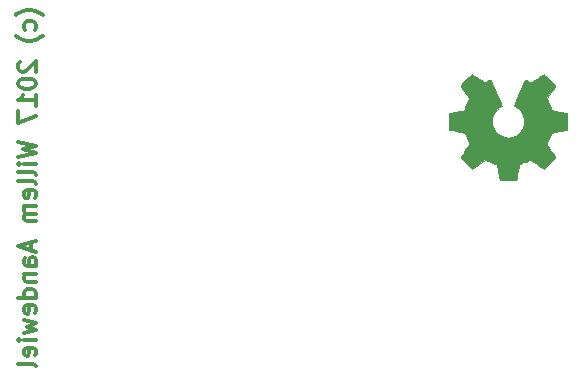
<source format=gbr>
G04 #@! TF.FileFunction,Legend,Bot*
%FSLAX46Y46*%
G04 Gerber Fmt 4.6, Leading zero omitted, Abs format (unit mm)*
G04 Created by KiCad (PCBNEW 4.0.6) date Wednesday, 03 May 2017 'PMt' 19:41:19*
%MOMM*%
%LPD*%
G01*
G04 APERTURE LIST*
%ADD10C,0.100000*%
%ADD11C,0.300000*%
%ADD12C,0.002540*%
G04 APERTURE END LIST*
D10*
D11*
X118090000Y-42578573D02*
X118018571Y-42507145D01*
X117804286Y-42364288D01*
X117661429Y-42292859D01*
X117447143Y-42221430D01*
X117090000Y-42150002D01*
X116804286Y-42150002D01*
X116447143Y-42221430D01*
X116232857Y-42292859D01*
X116090000Y-42364288D01*
X115875714Y-42507145D01*
X115804286Y-42578573D01*
X117447143Y-43792859D02*
X117518571Y-43650002D01*
X117518571Y-43364288D01*
X117447143Y-43221430D01*
X117375714Y-43150002D01*
X117232857Y-43078573D01*
X116804286Y-43078573D01*
X116661429Y-43150002D01*
X116590000Y-43221430D01*
X116518571Y-43364288D01*
X116518571Y-43650002D01*
X116590000Y-43792859D01*
X118090000Y-44292859D02*
X118018571Y-44364287D01*
X117804286Y-44507144D01*
X117661429Y-44578573D01*
X117447143Y-44650002D01*
X117090000Y-44721430D01*
X116804286Y-44721430D01*
X116447143Y-44650002D01*
X116232857Y-44578573D01*
X116090000Y-44507144D01*
X115875714Y-44364287D01*
X115804286Y-44292859D01*
X116161429Y-46507144D02*
X116090000Y-46578573D01*
X116018571Y-46721430D01*
X116018571Y-47078573D01*
X116090000Y-47221430D01*
X116161429Y-47292859D01*
X116304286Y-47364287D01*
X116447143Y-47364287D01*
X116661429Y-47292859D01*
X117518571Y-46435716D01*
X117518571Y-47364287D01*
X116018571Y-48292858D02*
X116018571Y-48435715D01*
X116090000Y-48578572D01*
X116161429Y-48650001D01*
X116304286Y-48721430D01*
X116590000Y-48792858D01*
X116947143Y-48792858D01*
X117232857Y-48721430D01*
X117375714Y-48650001D01*
X117447143Y-48578572D01*
X117518571Y-48435715D01*
X117518571Y-48292858D01*
X117447143Y-48150001D01*
X117375714Y-48078572D01*
X117232857Y-48007144D01*
X116947143Y-47935715D01*
X116590000Y-47935715D01*
X116304286Y-48007144D01*
X116161429Y-48078572D01*
X116090000Y-48150001D01*
X116018571Y-48292858D01*
X117518571Y-50221429D02*
X117518571Y-49364286D01*
X117518571Y-49792858D02*
X116018571Y-49792858D01*
X116232857Y-49650001D01*
X116375714Y-49507143D01*
X116447143Y-49364286D01*
X116018571Y-50721429D02*
X116018571Y-51721429D01*
X117518571Y-51078572D01*
X116018571Y-53292857D02*
X117518571Y-53650000D01*
X116447143Y-53935714D01*
X117518571Y-54221428D01*
X116018571Y-54578571D01*
X117518571Y-55150000D02*
X116518571Y-55150000D01*
X116018571Y-55150000D02*
X116090000Y-55078571D01*
X116161429Y-55150000D01*
X116090000Y-55221428D01*
X116018571Y-55150000D01*
X116161429Y-55150000D01*
X117518571Y-56078572D02*
X117447143Y-55935714D01*
X117304286Y-55864286D01*
X116018571Y-55864286D01*
X117518571Y-56864286D02*
X117447143Y-56721428D01*
X117304286Y-56650000D01*
X116018571Y-56650000D01*
X117447143Y-58007142D02*
X117518571Y-57864285D01*
X117518571Y-57578571D01*
X117447143Y-57435714D01*
X117304286Y-57364285D01*
X116732857Y-57364285D01*
X116590000Y-57435714D01*
X116518571Y-57578571D01*
X116518571Y-57864285D01*
X116590000Y-58007142D01*
X116732857Y-58078571D01*
X116875714Y-58078571D01*
X117018571Y-57364285D01*
X117518571Y-58721428D02*
X116518571Y-58721428D01*
X116661429Y-58721428D02*
X116590000Y-58792856D01*
X116518571Y-58935714D01*
X116518571Y-59149999D01*
X116590000Y-59292856D01*
X116732857Y-59364285D01*
X117518571Y-59364285D01*
X116732857Y-59364285D02*
X116590000Y-59435714D01*
X116518571Y-59578571D01*
X116518571Y-59792856D01*
X116590000Y-59935714D01*
X116732857Y-60007142D01*
X117518571Y-60007142D01*
X117090000Y-61792856D02*
X117090000Y-62507142D01*
X117518571Y-61649999D02*
X116018571Y-62149999D01*
X117518571Y-62649999D01*
X117518571Y-63792856D02*
X116732857Y-63792856D01*
X116590000Y-63721427D01*
X116518571Y-63578570D01*
X116518571Y-63292856D01*
X116590000Y-63149999D01*
X117447143Y-63792856D02*
X117518571Y-63649999D01*
X117518571Y-63292856D01*
X117447143Y-63149999D01*
X117304286Y-63078570D01*
X117161429Y-63078570D01*
X117018571Y-63149999D01*
X116947143Y-63292856D01*
X116947143Y-63649999D01*
X116875714Y-63792856D01*
X116518571Y-64507142D02*
X117518571Y-64507142D01*
X116661429Y-64507142D02*
X116590000Y-64578570D01*
X116518571Y-64721428D01*
X116518571Y-64935713D01*
X116590000Y-65078570D01*
X116732857Y-65149999D01*
X117518571Y-65149999D01*
X117518571Y-66507142D02*
X116018571Y-66507142D01*
X117447143Y-66507142D02*
X117518571Y-66364285D01*
X117518571Y-66078571D01*
X117447143Y-65935713D01*
X117375714Y-65864285D01*
X117232857Y-65792856D01*
X116804286Y-65792856D01*
X116661429Y-65864285D01*
X116590000Y-65935713D01*
X116518571Y-66078571D01*
X116518571Y-66364285D01*
X116590000Y-66507142D01*
X117447143Y-67792856D02*
X117518571Y-67649999D01*
X117518571Y-67364285D01*
X117447143Y-67221428D01*
X117304286Y-67149999D01*
X116732857Y-67149999D01*
X116590000Y-67221428D01*
X116518571Y-67364285D01*
X116518571Y-67649999D01*
X116590000Y-67792856D01*
X116732857Y-67864285D01*
X116875714Y-67864285D01*
X117018571Y-67149999D01*
X116518571Y-68364285D02*
X117518571Y-68649999D01*
X116804286Y-68935713D01*
X117518571Y-69221428D01*
X116518571Y-69507142D01*
X117518571Y-70078571D02*
X116518571Y-70078571D01*
X116018571Y-70078571D02*
X116090000Y-70007142D01*
X116161429Y-70078571D01*
X116090000Y-70149999D01*
X116018571Y-70078571D01*
X116161429Y-70078571D01*
X117447143Y-71364285D02*
X117518571Y-71221428D01*
X117518571Y-70935714D01*
X117447143Y-70792857D01*
X117304286Y-70721428D01*
X116732857Y-70721428D01*
X116590000Y-70792857D01*
X116518571Y-70935714D01*
X116518571Y-71221428D01*
X116590000Y-71364285D01*
X116732857Y-71435714D01*
X116875714Y-71435714D01*
X117018571Y-70721428D01*
X117518571Y-72292857D02*
X117447143Y-72149999D01*
X117304286Y-72078571D01*
X116018571Y-72078571D01*
D12*
G36*
X154449780Y-47579280D02*
X154500580Y-47607220D01*
X154619960Y-47680880D01*
X154785060Y-47790100D01*
X154983180Y-47922180D01*
X155181300Y-48054260D01*
X155343860Y-48163480D01*
X155458160Y-48237140D01*
X155506420Y-48265080D01*
X155531820Y-48254920D01*
X155625800Y-48209200D01*
X155762960Y-48138080D01*
X155841700Y-48097440D01*
X155966160Y-48044100D01*
X156029660Y-48031400D01*
X156039820Y-48049180D01*
X156085540Y-48145700D01*
X156156660Y-48308260D01*
X156250640Y-48526700D01*
X156359860Y-48780700D01*
X156474160Y-49052480D01*
X156591000Y-49331880D01*
X156702760Y-49598580D01*
X156799280Y-49837340D01*
X156878020Y-50032920D01*
X156928820Y-50167540D01*
X156949140Y-50225960D01*
X156944060Y-50238660D01*
X156880560Y-50299620D01*
X156771340Y-50380900D01*
X156535120Y-50573940D01*
X156301440Y-50866040D01*
X156159200Y-51196240D01*
X156110940Y-51564540D01*
X156151580Y-51904900D01*
X156286200Y-52232560D01*
X156514800Y-52527200D01*
X156791660Y-52748180D01*
X157116780Y-52885340D01*
X157480000Y-52931060D01*
X157827980Y-52890420D01*
X158163260Y-52758340D01*
X158457900Y-52534820D01*
X158582360Y-52390040D01*
X158755080Y-52092860D01*
X158851600Y-51772820D01*
X158861760Y-51691540D01*
X158849060Y-51341020D01*
X158744920Y-51003200D01*
X158559500Y-50700940D01*
X158300420Y-50454560D01*
X158269940Y-50431700D01*
X158150560Y-50342800D01*
X158069280Y-50281840D01*
X158008320Y-50231040D01*
X158455360Y-49154080D01*
X158526480Y-48983900D01*
X158648400Y-48689260D01*
X158757620Y-48435260D01*
X158841440Y-48234600D01*
X158902400Y-48099980D01*
X158927800Y-48044100D01*
X158930340Y-48041560D01*
X158970980Y-48033940D01*
X159052260Y-48064420D01*
X159202120Y-48138080D01*
X159301180Y-48188880D01*
X159415480Y-48244760D01*
X159468820Y-48265080D01*
X159512000Y-48239680D01*
X159621220Y-48168560D01*
X159781240Y-48061880D01*
X159974280Y-47932340D01*
X160157160Y-47807880D01*
X160324800Y-47696120D01*
X160449260Y-47617380D01*
X160507680Y-47584360D01*
X160517840Y-47584360D01*
X160571180Y-47614840D01*
X160667700Y-47696120D01*
X160815020Y-47833280D01*
X161020760Y-48039020D01*
X161053780Y-48069500D01*
X161223960Y-48244760D01*
X161361120Y-48389540D01*
X161455100Y-48493680D01*
X161488120Y-48539400D01*
X161488120Y-48539400D01*
X161457640Y-48597820D01*
X161381440Y-48719740D01*
X161269680Y-48892460D01*
X161132520Y-49090580D01*
X160776920Y-49608740D01*
X160972500Y-50098960D01*
X161030920Y-50248820D01*
X161107120Y-50429160D01*
X161165540Y-50558700D01*
X161193480Y-50614580D01*
X161246820Y-50634900D01*
X161381440Y-50665380D01*
X161574480Y-50706020D01*
X161805620Y-50749200D01*
X162026600Y-50789840D01*
X162224720Y-50827940D01*
X162369500Y-50855880D01*
X162433000Y-50868580D01*
X162448240Y-50878740D01*
X162463480Y-50909220D01*
X162471100Y-50977800D01*
X162476180Y-51097180D01*
X162478720Y-51287680D01*
X162478720Y-51564540D01*
X162478720Y-51595020D01*
X162476180Y-51856640D01*
X162471100Y-52067460D01*
X162463480Y-52204620D01*
X162455860Y-52257960D01*
X162453320Y-52257960D01*
X162392360Y-52273200D01*
X162252660Y-52303680D01*
X162052000Y-52341780D01*
X161815780Y-52387500D01*
X161800540Y-52390040D01*
X161564320Y-52435760D01*
X161366200Y-52476400D01*
X161226500Y-52509420D01*
X161168080Y-52527200D01*
X161155380Y-52544980D01*
X161109660Y-52636420D01*
X161041080Y-52783740D01*
X160962340Y-52961540D01*
X160886140Y-53146960D01*
X160817560Y-53314600D01*
X160774380Y-53439060D01*
X160759140Y-53494940D01*
X160761680Y-53497480D01*
X160797240Y-53553360D01*
X160878520Y-53675280D01*
X160992820Y-53845460D01*
X161129980Y-54048660D01*
X161140140Y-54063900D01*
X161277300Y-54262020D01*
X161386520Y-54432200D01*
X161460180Y-54551580D01*
X161488120Y-54607460D01*
X161488120Y-54610000D01*
X161442400Y-54670960D01*
X161340800Y-54782720D01*
X161196020Y-54935120D01*
X161020760Y-55112920D01*
X160964880Y-55166260D01*
X160769300Y-55356760D01*
X160634680Y-55481220D01*
X160550860Y-55547260D01*
X160510220Y-55562500D01*
X160510220Y-55559960D01*
X160449260Y-55524400D01*
X160322260Y-55443120D01*
X160152080Y-55326280D01*
X159948880Y-55189120D01*
X159933640Y-55178960D01*
X159735520Y-55041800D01*
X159567880Y-54930040D01*
X159451040Y-54851300D01*
X159397700Y-54820820D01*
X159390080Y-54820820D01*
X159308800Y-54843680D01*
X159166560Y-54894480D01*
X158991300Y-54963060D01*
X158805880Y-55036720D01*
X158638240Y-55107840D01*
X158511240Y-55163720D01*
X158452820Y-55199280D01*
X158450280Y-55201820D01*
X158429960Y-55272940D01*
X158394400Y-55422800D01*
X158353760Y-55628540D01*
X158305500Y-55872380D01*
X158297880Y-55913020D01*
X158254700Y-56151780D01*
X158216600Y-56347360D01*
X158188660Y-56484520D01*
X158173420Y-56540400D01*
X158140400Y-56548020D01*
X158023560Y-56555640D01*
X157845760Y-56560720D01*
X157629860Y-56563260D01*
X157403800Y-56560720D01*
X157182820Y-56555640D01*
X156994860Y-56550560D01*
X156860240Y-56540400D01*
X156804360Y-56530240D01*
X156801820Y-56525160D01*
X156781500Y-56451500D01*
X156748480Y-56301640D01*
X156705300Y-56095900D01*
X156659580Y-55849520D01*
X156649420Y-55806340D01*
X156606240Y-55570120D01*
X156565600Y-55374540D01*
X156537660Y-55239920D01*
X156522420Y-55186580D01*
X156499560Y-55176420D01*
X156403040Y-55133240D01*
X156243020Y-55067200D01*
X156044900Y-54988460D01*
X155587700Y-54803040D01*
X155026360Y-55186580D01*
X154975560Y-55222140D01*
X154772360Y-55359300D01*
X154607260Y-55468520D01*
X154492960Y-55544720D01*
X154444700Y-55570120D01*
X154439620Y-55570120D01*
X154383740Y-55519320D01*
X154274520Y-55415180D01*
X154122120Y-55267860D01*
X153944320Y-55092600D01*
X153814780Y-54960520D01*
X153659840Y-54803040D01*
X153560780Y-54698900D01*
X153507440Y-54630320D01*
X153489660Y-54589680D01*
X153494740Y-54561740D01*
X153530300Y-54503320D01*
X153611580Y-54381400D01*
X153728420Y-54211220D01*
X153865580Y-54013100D01*
X153977340Y-53845460D01*
X154099260Y-53657500D01*
X154178000Y-53522880D01*
X154205940Y-53456840D01*
X154198320Y-53431440D01*
X154160220Y-53319680D01*
X154091640Y-53154580D01*
X154007820Y-52956460D01*
X153812240Y-52511960D01*
X153522680Y-52456080D01*
X153344880Y-52423060D01*
X153098500Y-52374800D01*
X152862280Y-52329080D01*
X152493980Y-52257960D01*
X152481280Y-50904140D01*
X152537160Y-50878740D01*
X152593040Y-50863500D01*
X152730200Y-50833020D01*
X152923240Y-50794920D01*
X153154380Y-50751740D01*
X153349960Y-50716180D01*
X153548080Y-50678080D01*
X153690320Y-50650140D01*
X153751280Y-50637440D01*
X153769060Y-50614580D01*
X153817320Y-50520600D01*
X153888440Y-50368200D01*
X153967180Y-50185320D01*
X154045920Y-49994820D01*
X154114500Y-49819560D01*
X154162760Y-49687480D01*
X154183080Y-49618900D01*
X154155140Y-49565560D01*
X154081480Y-49448720D01*
X153972260Y-49283620D01*
X153837640Y-49088040D01*
X153703020Y-48892460D01*
X153588720Y-48724820D01*
X153509980Y-48602900D01*
X153476960Y-48547020D01*
X153494740Y-48511460D01*
X153573480Y-48414940D01*
X153720800Y-48262540D01*
X153941780Y-48044100D01*
X153977340Y-48008540D01*
X154152600Y-47840900D01*
X154299920Y-47703740D01*
X154404060Y-47612300D01*
X154449780Y-47579280D01*
X154449780Y-47579280D01*
G37*
X154449780Y-47579280D02*
X154500580Y-47607220D01*
X154619960Y-47680880D01*
X154785060Y-47790100D01*
X154983180Y-47922180D01*
X155181300Y-48054260D01*
X155343860Y-48163480D01*
X155458160Y-48237140D01*
X155506420Y-48265080D01*
X155531820Y-48254920D01*
X155625800Y-48209200D01*
X155762960Y-48138080D01*
X155841700Y-48097440D01*
X155966160Y-48044100D01*
X156029660Y-48031400D01*
X156039820Y-48049180D01*
X156085540Y-48145700D01*
X156156660Y-48308260D01*
X156250640Y-48526700D01*
X156359860Y-48780700D01*
X156474160Y-49052480D01*
X156591000Y-49331880D01*
X156702760Y-49598580D01*
X156799280Y-49837340D01*
X156878020Y-50032920D01*
X156928820Y-50167540D01*
X156949140Y-50225960D01*
X156944060Y-50238660D01*
X156880560Y-50299620D01*
X156771340Y-50380900D01*
X156535120Y-50573940D01*
X156301440Y-50866040D01*
X156159200Y-51196240D01*
X156110940Y-51564540D01*
X156151580Y-51904900D01*
X156286200Y-52232560D01*
X156514800Y-52527200D01*
X156791660Y-52748180D01*
X157116780Y-52885340D01*
X157480000Y-52931060D01*
X157827980Y-52890420D01*
X158163260Y-52758340D01*
X158457900Y-52534820D01*
X158582360Y-52390040D01*
X158755080Y-52092860D01*
X158851600Y-51772820D01*
X158861760Y-51691540D01*
X158849060Y-51341020D01*
X158744920Y-51003200D01*
X158559500Y-50700940D01*
X158300420Y-50454560D01*
X158269940Y-50431700D01*
X158150560Y-50342800D01*
X158069280Y-50281840D01*
X158008320Y-50231040D01*
X158455360Y-49154080D01*
X158526480Y-48983900D01*
X158648400Y-48689260D01*
X158757620Y-48435260D01*
X158841440Y-48234600D01*
X158902400Y-48099980D01*
X158927800Y-48044100D01*
X158930340Y-48041560D01*
X158970980Y-48033940D01*
X159052260Y-48064420D01*
X159202120Y-48138080D01*
X159301180Y-48188880D01*
X159415480Y-48244760D01*
X159468820Y-48265080D01*
X159512000Y-48239680D01*
X159621220Y-48168560D01*
X159781240Y-48061880D01*
X159974280Y-47932340D01*
X160157160Y-47807880D01*
X160324800Y-47696120D01*
X160449260Y-47617380D01*
X160507680Y-47584360D01*
X160517840Y-47584360D01*
X160571180Y-47614840D01*
X160667700Y-47696120D01*
X160815020Y-47833280D01*
X161020760Y-48039020D01*
X161053780Y-48069500D01*
X161223960Y-48244760D01*
X161361120Y-48389540D01*
X161455100Y-48493680D01*
X161488120Y-48539400D01*
X161488120Y-48539400D01*
X161457640Y-48597820D01*
X161381440Y-48719740D01*
X161269680Y-48892460D01*
X161132520Y-49090580D01*
X160776920Y-49608740D01*
X160972500Y-50098960D01*
X161030920Y-50248820D01*
X161107120Y-50429160D01*
X161165540Y-50558700D01*
X161193480Y-50614580D01*
X161246820Y-50634900D01*
X161381440Y-50665380D01*
X161574480Y-50706020D01*
X161805620Y-50749200D01*
X162026600Y-50789840D01*
X162224720Y-50827940D01*
X162369500Y-50855880D01*
X162433000Y-50868580D01*
X162448240Y-50878740D01*
X162463480Y-50909220D01*
X162471100Y-50977800D01*
X162476180Y-51097180D01*
X162478720Y-51287680D01*
X162478720Y-51564540D01*
X162478720Y-51595020D01*
X162476180Y-51856640D01*
X162471100Y-52067460D01*
X162463480Y-52204620D01*
X162455860Y-52257960D01*
X162453320Y-52257960D01*
X162392360Y-52273200D01*
X162252660Y-52303680D01*
X162052000Y-52341780D01*
X161815780Y-52387500D01*
X161800540Y-52390040D01*
X161564320Y-52435760D01*
X161366200Y-52476400D01*
X161226500Y-52509420D01*
X161168080Y-52527200D01*
X161155380Y-52544980D01*
X161109660Y-52636420D01*
X161041080Y-52783740D01*
X160962340Y-52961540D01*
X160886140Y-53146960D01*
X160817560Y-53314600D01*
X160774380Y-53439060D01*
X160759140Y-53494940D01*
X160761680Y-53497480D01*
X160797240Y-53553360D01*
X160878520Y-53675280D01*
X160992820Y-53845460D01*
X161129980Y-54048660D01*
X161140140Y-54063900D01*
X161277300Y-54262020D01*
X161386520Y-54432200D01*
X161460180Y-54551580D01*
X161488120Y-54607460D01*
X161488120Y-54610000D01*
X161442400Y-54670960D01*
X161340800Y-54782720D01*
X161196020Y-54935120D01*
X161020760Y-55112920D01*
X160964880Y-55166260D01*
X160769300Y-55356760D01*
X160634680Y-55481220D01*
X160550860Y-55547260D01*
X160510220Y-55562500D01*
X160510220Y-55559960D01*
X160449260Y-55524400D01*
X160322260Y-55443120D01*
X160152080Y-55326280D01*
X159948880Y-55189120D01*
X159933640Y-55178960D01*
X159735520Y-55041800D01*
X159567880Y-54930040D01*
X159451040Y-54851300D01*
X159397700Y-54820820D01*
X159390080Y-54820820D01*
X159308800Y-54843680D01*
X159166560Y-54894480D01*
X158991300Y-54963060D01*
X158805880Y-55036720D01*
X158638240Y-55107840D01*
X158511240Y-55163720D01*
X158452820Y-55199280D01*
X158450280Y-55201820D01*
X158429960Y-55272940D01*
X158394400Y-55422800D01*
X158353760Y-55628540D01*
X158305500Y-55872380D01*
X158297880Y-55913020D01*
X158254700Y-56151780D01*
X158216600Y-56347360D01*
X158188660Y-56484520D01*
X158173420Y-56540400D01*
X158140400Y-56548020D01*
X158023560Y-56555640D01*
X157845760Y-56560720D01*
X157629860Y-56563260D01*
X157403800Y-56560720D01*
X157182820Y-56555640D01*
X156994860Y-56550560D01*
X156860240Y-56540400D01*
X156804360Y-56530240D01*
X156801820Y-56525160D01*
X156781500Y-56451500D01*
X156748480Y-56301640D01*
X156705300Y-56095900D01*
X156659580Y-55849520D01*
X156649420Y-55806340D01*
X156606240Y-55570120D01*
X156565600Y-55374540D01*
X156537660Y-55239920D01*
X156522420Y-55186580D01*
X156499560Y-55176420D01*
X156403040Y-55133240D01*
X156243020Y-55067200D01*
X156044900Y-54988460D01*
X155587700Y-54803040D01*
X155026360Y-55186580D01*
X154975560Y-55222140D01*
X154772360Y-55359300D01*
X154607260Y-55468520D01*
X154492960Y-55544720D01*
X154444700Y-55570120D01*
X154439620Y-55570120D01*
X154383740Y-55519320D01*
X154274520Y-55415180D01*
X154122120Y-55267860D01*
X153944320Y-55092600D01*
X153814780Y-54960520D01*
X153659840Y-54803040D01*
X153560780Y-54698900D01*
X153507440Y-54630320D01*
X153489660Y-54589680D01*
X153494740Y-54561740D01*
X153530300Y-54503320D01*
X153611580Y-54381400D01*
X153728420Y-54211220D01*
X153865580Y-54013100D01*
X153977340Y-53845460D01*
X154099260Y-53657500D01*
X154178000Y-53522880D01*
X154205940Y-53456840D01*
X154198320Y-53431440D01*
X154160220Y-53319680D01*
X154091640Y-53154580D01*
X154007820Y-52956460D01*
X153812240Y-52511960D01*
X153522680Y-52456080D01*
X153344880Y-52423060D01*
X153098500Y-52374800D01*
X152862280Y-52329080D01*
X152493980Y-52257960D01*
X152481280Y-50904140D01*
X152537160Y-50878740D01*
X152593040Y-50863500D01*
X152730200Y-50833020D01*
X152923240Y-50794920D01*
X153154380Y-50751740D01*
X153349960Y-50716180D01*
X153548080Y-50678080D01*
X153690320Y-50650140D01*
X153751280Y-50637440D01*
X153769060Y-50614580D01*
X153817320Y-50520600D01*
X153888440Y-50368200D01*
X153967180Y-50185320D01*
X154045920Y-49994820D01*
X154114500Y-49819560D01*
X154162760Y-49687480D01*
X154183080Y-49618900D01*
X154155140Y-49565560D01*
X154081480Y-49448720D01*
X153972260Y-49283620D01*
X153837640Y-49088040D01*
X153703020Y-48892460D01*
X153588720Y-48724820D01*
X153509980Y-48602900D01*
X153476960Y-48547020D01*
X153494740Y-48511460D01*
X153573480Y-48414940D01*
X153720800Y-48262540D01*
X153941780Y-48044100D01*
X153977340Y-48008540D01*
X154152600Y-47840900D01*
X154299920Y-47703740D01*
X154404060Y-47612300D01*
X154449780Y-47579280D01*
M02*

</source>
